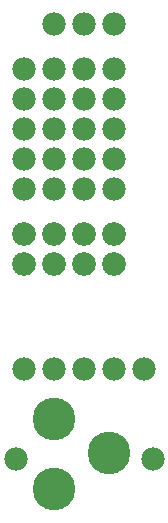
<source format=gtl>
G04 MADE WITH FRITZING*
G04 WWW.FRITZING.ORG*
G04 DOUBLE SIDED*
G04 HOLES PLATED*
G04 CONTOUR ON CENTER OF CONTOUR VECTOR*
%ASAXBY*%
%FSLAX23Y23*%
%MOIN*%
%OFA0B0*%
%SFA1.0B1.0*%
%ADD10C,0.079370*%
%ADD11C,0.078000*%
%ADD12C,0.142362*%
%LNCOPPER1*%
G90*
G70*
G54D10*
X146Y1054D03*
X246Y1054D03*
X346Y1054D03*
X446Y1054D03*
X146Y954D03*
X246Y954D03*
X346Y954D03*
X446Y954D03*
G54D11*
X446Y1204D03*
X446Y1304D03*
X446Y1404D03*
X446Y1504D03*
X446Y1604D03*
X346Y1204D03*
X346Y1304D03*
X346Y1404D03*
X346Y1504D03*
X346Y1604D03*
X246Y1204D03*
X246Y1304D03*
X246Y1404D03*
X246Y1504D03*
X246Y1604D03*
X446Y1754D03*
X346Y1754D03*
X246Y1754D03*
X146Y1204D03*
X146Y1304D03*
X146Y1404D03*
X146Y1504D03*
X146Y1604D03*
G54D12*
X430Y323D03*
X246Y438D03*
X246Y204D03*
G54D11*
X146Y604D03*
X246Y604D03*
X346Y604D03*
X446Y604D03*
X546Y604D03*
X118Y304D03*
X574Y304D03*
G04 End of Copper1*
M02*
</source>
